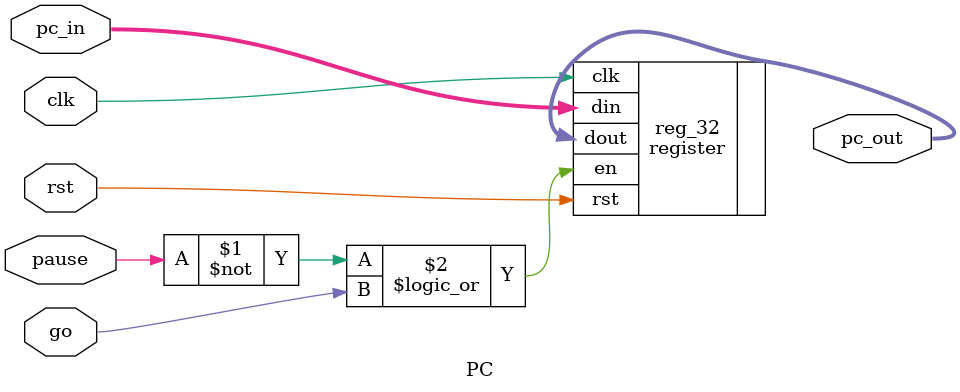
<source format=v>
module PC (
    input [31:0] pc_in,
    input clk, rst, pause, go,
    output [31:0] pc_out
);
    register reg_32(
        .clk    (clk),
        .rst    (rst),
        .en     (~pause || go),  // when en == 0, register are ineffective
        .din    (pc_in), 
        .dout   (pc_out)
    );
endmodule
</source>
